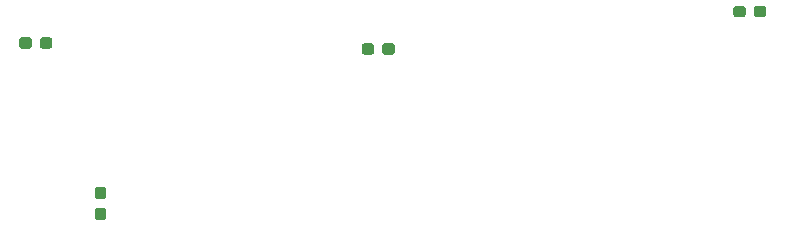
<source format=gbr>
G04 #@! TF.GenerationSoftware,KiCad,Pcbnew,(5.0.0)*
G04 #@! TF.CreationDate,2018-12-16T13:52:50-06:00*
G04 #@! TF.ProjectId,SRASensorBoard_Hardware,53524153656E736F72426F6172645F48,rev?*
G04 #@! TF.SameCoordinates,Original*
G04 #@! TF.FileFunction,Paste,Bot*
G04 #@! TF.FilePolarity,Positive*
%FSLAX46Y46*%
G04 Gerber Fmt 4.6, Leading zero omitted, Abs format (unit mm)*
G04 Created by KiCad (PCBNEW (5.0.0)) date 12/16/18 13:52:50*
%MOMM*%
%LPD*%
G01*
G04 APERTURE LIST*
%ADD10C,0.100000*%
%ADD11C,0.950000*%
G04 APERTURE END LIST*
D10*
G04 #@! TO.C,R4*
G36*
X104146779Y-74900144D02*
X104169834Y-74903563D01*
X104192443Y-74909227D01*
X104214387Y-74917079D01*
X104235457Y-74927044D01*
X104255448Y-74939026D01*
X104274168Y-74952910D01*
X104291438Y-74968562D01*
X104307090Y-74985832D01*
X104320974Y-75004552D01*
X104332956Y-75024543D01*
X104342921Y-75045613D01*
X104350773Y-75067557D01*
X104356437Y-75090166D01*
X104359856Y-75113221D01*
X104361000Y-75136500D01*
X104361000Y-75711500D01*
X104359856Y-75734779D01*
X104356437Y-75757834D01*
X104350773Y-75780443D01*
X104342921Y-75802387D01*
X104332956Y-75823457D01*
X104320974Y-75843448D01*
X104307090Y-75862168D01*
X104291438Y-75879438D01*
X104274168Y-75895090D01*
X104255448Y-75908974D01*
X104235457Y-75920956D01*
X104214387Y-75930921D01*
X104192443Y-75938773D01*
X104169834Y-75944437D01*
X104146779Y-75947856D01*
X104123500Y-75949000D01*
X103648500Y-75949000D01*
X103625221Y-75947856D01*
X103602166Y-75944437D01*
X103579557Y-75938773D01*
X103557613Y-75930921D01*
X103536543Y-75920956D01*
X103516552Y-75908974D01*
X103497832Y-75895090D01*
X103480562Y-75879438D01*
X103464910Y-75862168D01*
X103451026Y-75843448D01*
X103439044Y-75823457D01*
X103429079Y-75802387D01*
X103421227Y-75780443D01*
X103415563Y-75757834D01*
X103412144Y-75734779D01*
X103411000Y-75711500D01*
X103411000Y-75136500D01*
X103412144Y-75113221D01*
X103415563Y-75090166D01*
X103421227Y-75067557D01*
X103429079Y-75045613D01*
X103439044Y-75024543D01*
X103451026Y-75004552D01*
X103464910Y-74985832D01*
X103480562Y-74968562D01*
X103497832Y-74952910D01*
X103516552Y-74939026D01*
X103536543Y-74927044D01*
X103557613Y-74917079D01*
X103579557Y-74909227D01*
X103602166Y-74903563D01*
X103625221Y-74900144D01*
X103648500Y-74899000D01*
X104123500Y-74899000D01*
X104146779Y-74900144D01*
X104146779Y-74900144D01*
G37*
D11*
X103886000Y-75424000D03*
D10*
G36*
X104146779Y-73150144D02*
X104169834Y-73153563D01*
X104192443Y-73159227D01*
X104214387Y-73167079D01*
X104235457Y-73177044D01*
X104255448Y-73189026D01*
X104274168Y-73202910D01*
X104291438Y-73218562D01*
X104307090Y-73235832D01*
X104320974Y-73254552D01*
X104332956Y-73274543D01*
X104342921Y-73295613D01*
X104350773Y-73317557D01*
X104356437Y-73340166D01*
X104359856Y-73363221D01*
X104361000Y-73386500D01*
X104361000Y-73961500D01*
X104359856Y-73984779D01*
X104356437Y-74007834D01*
X104350773Y-74030443D01*
X104342921Y-74052387D01*
X104332956Y-74073457D01*
X104320974Y-74093448D01*
X104307090Y-74112168D01*
X104291438Y-74129438D01*
X104274168Y-74145090D01*
X104255448Y-74158974D01*
X104235457Y-74170956D01*
X104214387Y-74180921D01*
X104192443Y-74188773D01*
X104169834Y-74194437D01*
X104146779Y-74197856D01*
X104123500Y-74199000D01*
X103648500Y-74199000D01*
X103625221Y-74197856D01*
X103602166Y-74194437D01*
X103579557Y-74188773D01*
X103557613Y-74180921D01*
X103536543Y-74170956D01*
X103516552Y-74158974D01*
X103497832Y-74145090D01*
X103480562Y-74129438D01*
X103464910Y-74112168D01*
X103451026Y-74093448D01*
X103439044Y-74073457D01*
X103429079Y-74052387D01*
X103421227Y-74030443D01*
X103415563Y-74007834D01*
X103412144Y-73984779D01*
X103411000Y-73961500D01*
X103411000Y-73386500D01*
X103412144Y-73363221D01*
X103415563Y-73340166D01*
X103421227Y-73317557D01*
X103429079Y-73295613D01*
X103439044Y-73274543D01*
X103451026Y-73254552D01*
X103464910Y-73235832D01*
X103480562Y-73218562D01*
X103497832Y-73202910D01*
X103516552Y-73189026D01*
X103536543Y-73177044D01*
X103557613Y-73167079D01*
X103579557Y-73159227D01*
X103602166Y-73153563D01*
X103625221Y-73150144D01*
X103648500Y-73149000D01*
X104123500Y-73149000D01*
X104146779Y-73150144D01*
X104146779Y-73150144D01*
G37*
D11*
X103886000Y-73674000D03*
G04 #@! TD*
D10*
G04 #@! TO.C,R2*
G36*
X99596779Y-60486144D02*
X99619834Y-60489563D01*
X99642443Y-60495227D01*
X99664387Y-60503079D01*
X99685457Y-60513044D01*
X99705448Y-60525026D01*
X99724168Y-60538910D01*
X99741438Y-60554562D01*
X99757090Y-60571832D01*
X99770974Y-60590552D01*
X99782956Y-60610543D01*
X99792921Y-60631613D01*
X99800773Y-60653557D01*
X99806437Y-60676166D01*
X99809856Y-60699221D01*
X99811000Y-60722500D01*
X99811000Y-61197500D01*
X99809856Y-61220779D01*
X99806437Y-61243834D01*
X99800773Y-61266443D01*
X99792921Y-61288387D01*
X99782956Y-61309457D01*
X99770974Y-61329448D01*
X99757090Y-61348168D01*
X99741438Y-61365438D01*
X99724168Y-61381090D01*
X99705448Y-61394974D01*
X99685457Y-61406956D01*
X99664387Y-61416921D01*
X99642443Y-61424773D01*
X99619834Y-61430437D01*
X99596779Y-61433856D01*
X99573500Y-61435000D01*
X98998500Y-61435000D01*
X98975221Y-61433856D01*
X98952166Y-61430437D01*
X98929557Y-61424773D01*
X98907613Y-61416921D01*
X98886543Y-61406956D01*
X98866552Y-61394974D01*
X98847832Y-61381090D01*
X98830562Y-61365438D01*
X98814910Y-61348168D01*
X98801026Y-61329448D01*
X98789044Y-61309457D01*
X98779079Y-61288387D01*
X98771227Y-61266443D01*
X98765563Y-61243834D01*
X98762144Y-61220779D01*
X98761000Y-61197500D01*
X98761000Y-60722500D01*
X98762144Y-60699221D01*
X98765563Y-60676166D01*
X98771227Y-60653557D01*
X98779079Y-60631613D01*
X98789044Y-60610543D01*
X98801026Y-60590552D01*
X98814910Y-60571832D01*
X98830562Y-60554562D01*
X98847832Y-60538910D01*
X98866552Y-60525026D01*
X98886543Y-60513044D01*
X98907613Y-60503079D01*
X98929557Y-60495227D01*
X98952166Y-60489563D01*
X98975221Y-60486144D01*
X98998500Y-60485000D01*
X99573500Y-60485000D01*
X99596779Y-60486144D01*
X99596779Y-60486144D01*
G37*
D11*
X99286000Y-60960000D03*
D10*
G36*
X97846779Y-60486144D02*
X97869834Y-60489563D01*
X97892443Y-60495227D01*
X97914387Y-60503079D01*
X97935457Y-60513044D01*
X97955448Y-60525026D01*
X97974168Y-60538910D01*
X97991438Y-60554562D01*
X98007090Y-60571832D01*
X98020974Y-60590552D01*
X98032956Y-60610543D01*
X98042921Y-60631613D01*
X98050773Y-60653557D01*
X98056437Y-60676166D01*
X98059856Y-60699221D01*
X98061000Y-60722500D01*
X98061000Y-61197500D01*
X98059856Y-61220779D01*
X98056437Y-61243834D01*
X98050773Y-61266443D01*
X98042921Y-61288387D01*
X98032956Y-61309457D01*
X98020974Y-61329448D01*
X98007090Y-61348168D01*
X97991438Y-61365438D01*
X97974168Y-61381090D01*
X97955448Y-61394974D01*
X97935457Y-61406956D01*
X97914387Y-61416921D01*
X97892443Y-61424773D01*
X97869834Y-61430437D01*
X97846779Y-61433856D01*
X97823500Y-61435000D01*
X97248500Y-61435000D01*
X97225221Y-61433856D01*
X97202166Y-61430437D01*
X97179557Y-61424773D01*
X97157613Y-61416921D01*
X97136543Y-61406956D01*
X97116552Y-61394974D01*
X97097832Y-61381090D01*
X97080562Y-61365438D01*
X97064910Y-61348168D01*
X97051026Y-61329448D01*
X97039044Y-61309457D01*
X97029079Y-61288387D01*
X97021227Y-61266443D01*
X97015563Y-61243834D01*
X97012144Y-61220779D01*
X97011000Y-61197500D01*
X97011000Y-60722500D01*
X97012144Y-60699221D01*
X97015563Y-60676166D01*
X97021227Y-60653557D01*
X97029079Y-60631613D01*
X97039044Y-60610543D01*
X97051026Y-60590552D01*
X97064910Y-60571832D01*
X97080562Y-60554562D01*
X97097832Y-60538910D01*
X97116552Y-60525026D01*
X97136543Y-60513044D01*
X97157613Y-60503079D01*
X97179557Y-60495227D01*
X97202166Y-60489563D01*
X97225221Y-60486144D01*
X97248500Y-60485000D01*
X97823500Y-60485000D01*
X97846779Y-60486144D01*
X97846779Y-60486144D01*
G37*
D11*
X97536000Y-60960000D03*
G04 #@! TD*
D10*
G04 #@! TO.C,R3*
G36*
X126830779Y-60994144D02*
X126853834Y-60997563D01*
X126876443Y-61003227D01*
X126898387Y-61011079D01*
X126919457Y-61021044D01*
X126939448Y-61033026D01*
X126958168Y-61046910D01*
X126975438Y-61062562D01*
X126991090Y-61079832D01*
X127004974Y-61098552D01*
X127016956Y-61118543D01*
X127026921Y-61139613D01*
X127034773Y-61161557D01*
X127040437Y-61184166D01*
X127043856Y-61207221D01*
X127045000Y-61230500D01*
X127045000Y-61705500D01*
X127043856Y-61728779D01*
X127040437Y-61751834D01*
X127034773Y-61774443D01*
X127026921Y-61796387D01*
X127016956Y-61817457D01*
X127004974Y-61837448D01*
X126991090Y-61856168D01*
X126975438Y-61873438D01*
X126958168Y-61889090D01*
X126939448Y-61902974D01*
X126919457Y-61914956D01*
X126898387Y-61924921D01*
X126876443Y-61932773D01*
X126853834Y-61938437D01*
X126830779Y-61941856D01*
X126807500Y-61943000D01*
X126232500Y-61943000D01*
X126209221Y-61941856D01*
X126186166Y-61938437D01*
X126163557Y-61932773D01*
X126141613Y-61924921D01*
X126120543Y-61914956D01*
X126100552Y-61902974D01*
X126081832Y-61889090D01*
X126064562Y-61873438D01*
X126048910Y-61856168D01*
X126035026Y-61837448D01*
X126023044Y-61817457D01*
X126013079Y-61796387D01*
X126005227Y-61774443D01*
X125999563Y-61751834D01*
X125996144Y-61728779D01*
X125995000Y-61705500D01*
X125995000Y-61230500D01*
X125996144Y-61207221D01*
X125999563Y-61184166D01*
X126005227Y-61161557D01*
X126013079Y-61139613D01*
X126023044Y-61118543D01*
X126035026Y-61098552D01*
X126048910Y-61079832D01*
X126064562Y-61062562D01*
X126081832Y-61046910D01*
X126100552Y-61033026D01*
X126120543Y-61021044D01*
X126141613Y-61011079D01*
X126163557Y-61003227D01*
X126186166Y-60997563D01*
X126209221Y-60994144D01*
X126232500Y-60993000D01*
X126807500Y-60993000D01*
X126830779Y-60994144D01*
X126830779Y-60994144D01*
G37*
D11*
X126520000Y-61468000D03*
D10*
G36*
X128580779Y-60994144D02*
X128603834Y-60997563D01*
X128626443Y-61003227D01*
X128648387Y-61011079D01*
X128669457Y-61021044D01*
X128689448Y-61033026D01*
X128708168Y-61046910D01*
X128725438Y-61062562D01*
X128741090Y-61079832D01*
X128754974Y-61098552D01*
X128766956Y-61118543D01*
X128776921Y-61139613D01*
X128784773Y-61161557D01*
X128790437Y-61184166D01*
X128793856Y-61207221D01*
X128795000Y-61230500D01*
X128795000Y-61705500D01*
X128793856Y-61728779D01*
X128790437Y-61751834D01*
X128784773Y-61774443D01*
X128776921Y-61796387D01*
X128766956Y-61817457D01*
X128754974Y-61837448D01*
X128741090Y-61856168D01*
X128725438Y-61873438D01*
X128708168Y-61889090D01*
X128689448Y-61902974D01*
X128669457Y-61914956D01*
X128648387Y-61924921D01*
X128626443Y-61932773D01*
X128603834Y-61938437D01*
X128580779Y-61941856D01*
X128557500Y-61943000D01*
X127982500Y-61943000D01*
X127959221Y-61941856D01*
X127936166Y-61938437D01*
X127913557Y-61932773D01*
X127891613Y-61924921D01*
X127870543Y-61914956D01*
X127850552Y-61902974D01*
X127831832Y-61889090D01*
X127814562Y-61873438D01*
X127798910Y-61856168D01*
X127785026Y-61837448D01*
X127773044Y-61817457D01*
X127763079Y-61796387D01*
X127755227Y-61774443D01*
X127749563Y-61751834D01*
X127746144Y-61728779D01*
X127745000Y-61705500D01*
X127745000Y-61230500D01*
X127746144Y-61207221D01*
X127749563Y-61184166D01*
X127755227Y-61161557D01*
X127763079Y-61139613D01*
X127773044Y-61118543D01*
X127785026Y-61098552D01*
X127798910Y-61079832D01*
X127814562Y-61062562D01*
X127831832Y-61046910D01*
X127850552Y-61033026D01*
X127870543Y-61021044D01*
X127891613Y-61011079D01*
X127913557Y-61003227D01*
X127936166Y-60997563D01*
X127959221Y-60994144D01*
X127982500Y-60993000D01*
X128557500Y-60993000D01*
X128580779Y-60994144D01*
X128580779Y-60994144D01*
G37*
D11*
X128270000Y-61468000D03*
G04 #@! TD*
D10*
G04 #@! TO.C,R13*
G36*
X158298779Y-57819144D02*
X158321834Y-57822563D01*
X158344443Y-57828227D01*
X158366387Y-57836079D01*
X158387457Y-57846044D01*
X158407448Y-57858026D01*
X158426168Y-57871910D01*
X158443438Y-57887562D01*
X158459090Y-57904832D01*
X158472974Y-57923552D01*
X158484956Y-57943543D01*
X158494921Y-57964613D01*
X158502773Y-57986557D01*
X158508437Y-58009166D01*
X158511856Y-58032221D01*
X158513000Y-58055500D01*
X158513000Y-58530500D01*
X158511856Y-58553779D01*
X158508437Y-58576834D01*
X158502773Y-58599443D01*
X158494921Y-58621387D01*
X158484956Y-58642457D01*
X158472974Y-58662448D01*
X158459090Y-58681168D01*
X158443438Y-58698438D01*
X158426168Y-58714090D01*
X158407448Y-58727974D01*
X158387457Y-58739956D01*
X158366387Y-58749921D01*
X158344443Y-58757773D01*
X158321834Y-58763437D01*
X158298779Y-58766856D01*
X158275500Y-58768000D01*
X157700500Y-58768000D01*
X157677221Y-58766856D01*
X157654166Y-58763437D01*
X157631557Y-58757773D01*
X157609613Y-58749921D01*
X157588543Y-58739956D01*
X157568552Y-58727974D01*
X157549832Y-58714090D01*
X157532562Y-58698438D01*
X157516910Y-58681168D01*
X157503026Y-58662448D01*
X157491044Y-58642457D01*
X157481079Y-58621387D01*
X157473227Y-58599443D01*
X157467563Y-58576834D01*
X157464144Y-58553779D01*
X157463000Y-58530500D01*
X157463000Y-58055500D01*
X157464144Y-58032221D01*
X157467563Y-58009166D01*
X157473227Y-57986557D01*
X157481079Y-57964613D01*
X157491044Y-57943543D01*
X157503026Y-57923552D01*
X157516910Y-57904832D01*
X157532562Y-57887562D01*
X157549832Y-57871910D01*
X157568552Y-57858026D01*
X157588543Y-57846044D01*
X157609613Y-57836079D01*
X157631557Y-57828227D01*
X157654166Y-57822563D01*
X157677221Y-57819144D01*
X157700500Y-57818000D01*
X158275500Y-57818000D01*
X158298779Y-57819144D01*
X158298779Y-57819144D01*
G37*
D11*
X157988000Y-58293000D03*
D10*
G36*
X160048779Y-57819144D02*
X160071834Y-57822563D01*
X160094443Y-57828227D01*
X160116387Y-57836079D01*
X160137457Y-57846044D01*
X160157448Y-57858026D01*
X160176168Y-57871910D01*
X160193438Y-57887562D01*
X160209090Y-57904832D01*
X160222974Y-57923552D01*
X160234956Y-57943543D01*
X160244921Y-57964613D01*
X160252773Y-57986557D01*
X160258437Y-58009166D01*
X160261856Y-58032221D01*
X160263000Y-58055500D01*
X160263000Y-58530500D01*
X160261856Y-58553779D01*
X160258437Y-58576834D01*
X160252773Y-58599443D01*
X160244921Y-58621387D01*
X160234956Y-58642457D01*
X160222974Y-58662448D01*
X160209090Y-58681168D01*
X160193438Y-58698438D01*
X160176168Y-58714090D01*
X160157448Y-58727974D01*
X160137457Y-58739956D01*
X160116387Y-58749921D01*
X160094443Y-58757773D01*
X160071834Y-58763437D01*
X160048779Y-58766856D01*
X160025500Y-58768000D01*
X159450500Y-58768000D01*
X159427221Y-58766856D01*
X159404166Y-58763437D01*
X159381557Y-58757773D01*
X159359613Y-58749921D01*
X159338543Y-58739956D01*
X159318552Y-58727974D01*
X159299832Y-58714090D01*
X159282562Y-58698438D01*
X159266910Y-58681168D01*
X159253026Y-58662448D01*
X159241044Y-58642457D01*
X159231079Y-58621387D01*
X159223227Y-58599443D01*
X159217563Y-58576834D01*
X159214144Y-58553779D01*
X159213000Y-58530500D01*
X159213000Y-58055500D01*
X159214144Y-58032221D01*
X159217563Y-58009166D01*
X159223227Y-57986557D01*
X159231079Y-57964613D01*
X159241044Y-57943543D01*
X159253026Y-57923552D01*
X159266910Y-57904832D01*
X159282562Y-57887562D01*
X159299832Y-57871910D01*
X159318552Y-57858026D01*
X159338543Y-57846044D01*
X159359613Y-57836079D01*
X159381557Y-57828227D01*
X159404166Y-57822563D01*
X159427221Y-57819144D01*
X159450500Y-57818000D01*
X160025500Y-57818000D01*
X160048779Y-57819144D01*
X160048779Y-57819144D01*
G37*
D11*
X159738000Y-58293000D03*
G04 #@! TD*
M02*

</source>
